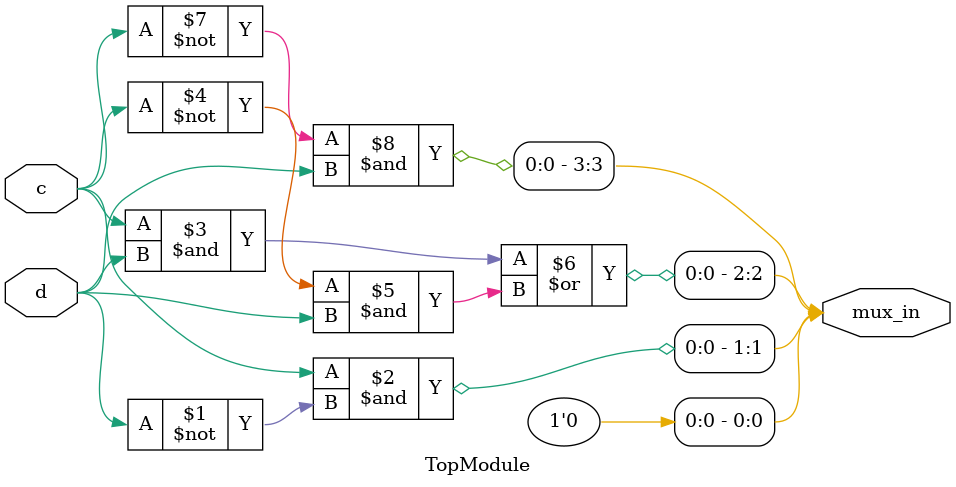
<source format=sv>
module TopModule (
    input logic c,
    input logic d,
    output logic [3:0] mux_in
);

    assign mux_in[0] = 1'b0;        // ab = 00
    assign mux_in[1] = c & ~d;      // ab = 01
    assign mux_in[2] = c & d | ~c & d; // ab = 11
    assign mux_in[3] = ~c & d;      // ab = 10

endmodule
</source>
